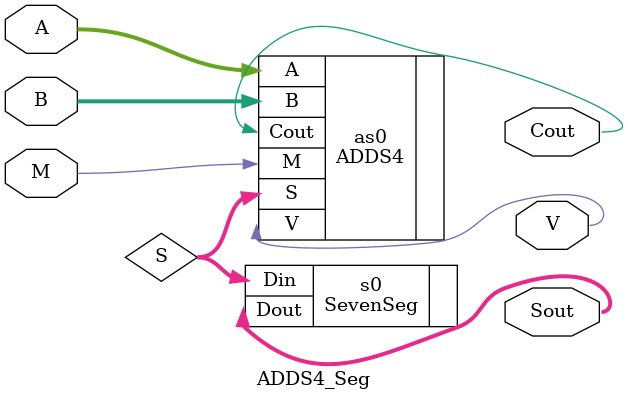
<source format=v>
module ADDS4_Seg(Cout, Sout, V, A, B, M);
output Cout,V;
output [6:0] Sout;
input [3:0] A, B;
input M;

wire [3:0] S;

ADDS4 as0(.Cout(Cout), .V(V), .S(S), .A(A), .B(B), .M(M));
SevenSeg s0(.Din(S), .Dout(Sout));

endmodule
</source>
